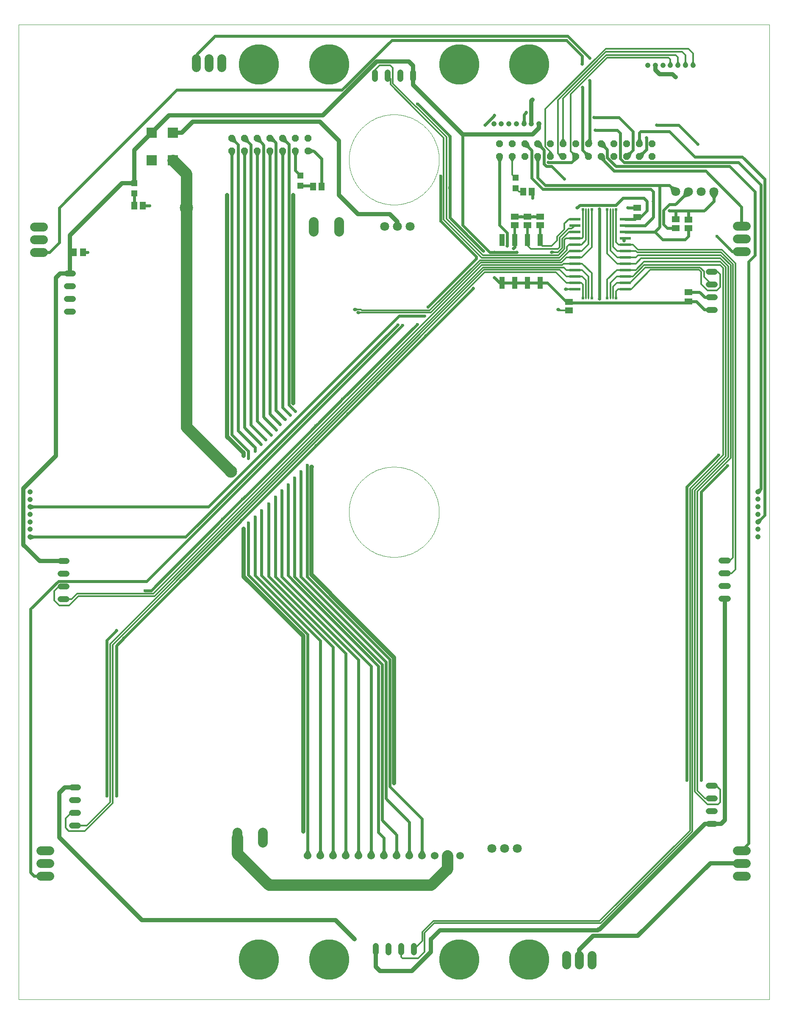
<source format=gtl>
G04 EAGLE Gerber X2 export*
%TF.Part,Single*%
%TF.FileFunction,Other,Top Layer*%
%TF.FilePolarity,Positive*%
%TF.GenerationSoftware,Autodesk,EAGLE,9.1.1*%
%TF.CreationDate,2018-08-10T14:31:17Z*%
G75*
%MOMM*%
%FSLAX34Y34*%
%LPD*%
%AMOC8*
5,1,8,0,0,1.08239X$1,22.5*%
G01*
%ADD10C,0.001000*%
%ADD11C,1.050000*%
%ADD12C,1.800000*%
%ADD13R,1.500000X1.300000*%
%ADD14P,1.484606X8X202.500000*%
%ADD15R,2.209800X0.609600*%
%ADD16C,1.800000*%
%ADD17C,1.219200*%
%ADD18R,1.130000X2.440000*%
%ADD19R,0.525000X0.500000*%
%ADD20R,0.250000X0.500000*%
%ADD21R,2.100000X2.100000*%
%ADD22P,1.484606X8X22.500000*%
%ADD23C,1.524000*%
%ADD24R,1.300000X1.500000*%
%ADD25R,1.200000X1.200000*%
%ADD26C,1.981200*%
%ADD27C,0.654800*%
%ADD28C,0.609600*%
%ADD29C,0.330200*%
%ADD30C,0.330200*%
%ADD31C,0.609600*%
%ADD32C,0.812800*%
%ADD33C,0.508000*%
%ADD34C,0.812800*%
%ADD35C,0.754800*%
%ADD36C,0.804800*%
%ADD37C,2.286000*%
%ADD38C,2.286000*%
%ADD39C,2.476500*%
%ADD40C,2.667000*%
%ADD41C,8.000000*%


D10*
X-100000Y0D02*
X1400000Y0D01*
X1400000Y1947239D01*
X-100000Y1947239D01*
X-100000Y0D01*
X560000Y973620D02*
X560027Y975829D01*
X560108Y978036D01*
X560244Y980241D01*
X560433Y982442D01*
X560677Y984637D01*
X560974Y986826D01*
X561325Y989007D01*
X561729Y991178D01*
X562187Y993339D01*
X562697Y995488D01*
X563260Y997624D01*
X563875Y999746D01*
X564542Y1001851D01*
X565261Y1003940D01*
X566031Y1006011D01*
X566851Y1008062D01*
X567721Y1010092D01*
X568641Y1012100D01*
X569610Y1014085D01*
X570627Y1016046D01*
X571692Y1017981D01*
X572804Y1019889D01*
X573963Y1021770D01*
X575168Y1023621D01*
X576417Y1025443D01*
X577711Y1027233D01*
X579049Y1028991D01*
X580429Y1030715D01*
X581851Y1032406D01*
X583314Y1034060D01*
X584818Y1035679D01*
X586360Y1037260D01*
X587941Y1038802D01*
X589560Y1040306D01*
X591214Y1041769D01*
X592905Y1043191D01*
X594629Y1044571D01*
X596387Y1045909D01*
X598177Y1047203D01*
X599999Y1048452D01*
X601850Y1049657D01*
X603731Y1050816D01*
X605639Y1051928D01*
X607574Y1052993D01*
X609535Y1054010D01*
X611520Y1054979D01*
X613528Y1055899D01*
X615558Y1056769D01*
X617609Y1057589D01*
X619680Y1058359D01*
X621769Y1059078D01*
X623874Y1059745D01*
X625996Y1060360D01*
X628132Y1060923D01*
X630281Y1061433D01*
X632442Y1061891D01*
X634613Y1062295D01*
X636794Y1062646D01*
X638983Y1062943D01*
X641178Y1063187D01*
X643379Y1063376D01*
X645584Y1063512D01*
X647791Y1063593D01*
X650000Y1063620D01*
X652209Y1063593D01*
X654416Y1063512D01*
X656621Y1063376D01*
X658822Y1063187D01*
X661017Y1062943D01*
X663206Y1062646D01*
X665387Y1062295D01*
X667558Y1061891D01*
X669719Y1061433D01*
X671868Y1060923D01*
X674004Y1060360D01*
X676126Y1059745D01*
X678231Y1059078D01*
X680320Y1058359D01*
X682391Y1057589D01*
X684442Y1056769D01*
X686472Y1055899D01*
X688480Y1054979D01*
X690465Y1054010D01*
X692426Y1052993D01*
X694361Y1051928D01*
X696269Y1050816D01*
X698150Y1049657D01*
X700001Y1048452D01*
X701823Y1047203D01*
X703613Y1045909D01*
X705371Y1044571D01*
X707095Y1043191D01*
X708786Y1041769D01*
X710440Y1040306D01*
X712059Y1038802D01*
X713640Y1037260D01*
X715182Y1035679D01*
X716686Y1034060D01*
X718149Y1032406D01*
X719571Y1030715D01*
X720951Y1028991D01*
X722289Y1027233D01*
X723583Y1025443D01*
X724832Y1023621D01*
X726037Y1021770D01*
X727196Y1019889D01*
X728308Y1017981D01*
X729373Y1016046D01*
X730390Y1014085D01*
X731359Y1012100D01*
X732279Y1010092D01*
X733149Y1008062D01*
X733969Y1006011D01*
X734739Y1003940D01*
X735458Y1001851D01*
X736125Y999746D01*
X736740Y997624D01*
X737303Y995488D01*
X737813Y993339D01*
X738271Y991178D01*
X738675Y989007D01*
X739026Y986826D01*
X739323Y984637D01*
X739567Y982442D01*
X739756Y980241D01*
X739892Y978036D01*
X739973Y975829D01*
X740000Y973620D01*
X739973Y971411D01*
X739892Y969204D01*
X739756Y966999D01*
X739567Y964798D01*
X739323Y962603D01*
X739026Y960414D01*
X738675Y958233D01*
X738271Y956062D01*
X737813Y953901D01*
X737303Y951752D01*
X736740Y949616D01*
X736125Y947494D01*
X735458Y945389D01*
X734739Y943300D01*
X733969Y941229D01*
X733149Y939178D01*
X732279Y937148D01*
X731359Y935140D01*
X730390Y933155D01*
X729373Y931194D01*
X728308Y929259D01*
X727196Y927351D01*
X726037Y925470D01*
X724832Y923619D01*
X723583Y921797D01*
X722289Y920007D01*
X720951Y918249D01*
X719571Y916525D01*
X718149Y914834D01*
X716686Y913180D01*
X715182Y911561D01*
X713640Y909980D01*
X712059Y908438D01*
X710440Y906934D01*
X708786Y905471D01*
X707095Y904049D01*
X705371Y902669D01*
X703613Y901331D01*
X701823Y900037D01*
X700001Y898788D01*
X698150Y897583D01*
X696269Y896424D01*
X694361Y895312D01*
X692426Y894247D01*
X690465Y893230D01*
X688480Y892261D01*
X686472Y891341D01*
X684442Y890471D01*
X682391Y889651D01*
X680320Y888881D01*
X678231Y888162D01*
X676126Y887495D01*
X674004Y886880D01*
X671868Y886317D01*
X669719Y885807D01*
X667558Y885349D01*
X665387Y884945D01*
X663206Y884594D01*
X661017Y884297D01*
X658822Y884053D01*
X656621Y883864D01*
X654416Y883728D01*
X652209Y883647D01*
X650000Y883620D01*
X647791Y883647D01*
X645584Y883728D01*
X643379Y883864D01*
X641178Y884053D01*
X638983Y884297D01*
X636794Y884594D01*
X634613Y884945D01*
X632442Y885349D01*
X630281Y885807D01*
X628132Y886317D01*
X625996Y886880D01*
X623874Y887495D01*
X621769Y888162D01*
X619680Y888881D01*
X617609Y889651D01*
X615558Y890471D01*
X613528Y891341D01*
X611520Y892261D01*
X609535Y893230D01*
X607574Y894247D01*
X605639Y895312D01*
X603731Y896424D01*
X601850Y897583D01*
X599999Y898788D01*
X598177Y900037D01*
X596387Y901331D01*
X594629Y902669D01*
X592905Y904049D01*
X591214Y905471D01*
X589560Y906934D01*
X587941Y908438D01*
X586360Y909980D01*
X584818Y911561D01*
X583314Y913180D01*
X581851Y914834D01*
X580429Y916525D01*
X579049Y918249D01*
X577711Y920007D01*
X576417Y921797D01*
X575168Y923619D01*
X573963Y925470D01*
X572804Y927351D01*
X571692Y929259D01*
X570627Y931194D01*
X569610Y933155D01*
X568641Y935140D01*
X567721Y937148D01*
X566851Y939178D01*
X566031Y941229D01*
X565261Y943300D01*
X564542Y945389D01*
X563875Y947494D01*
X563260Y949616D01*
X562697Y951752D01*
X562187Y953901D01*
X561729Y956062D01*
X561325Y958233D01*
X560974Y960414D01*
X560677Y962603D01*
X560433Y964798D01*
X560244Y966999D01*
X560108Y969204D01*
X560027Y971411D01*
X560000Y973620D01*
X560000Y1677239D02*
X560027Y1679448D01*
X560108Y1681655D01*
X560244Y1683860D01*
X560433Y1686061D01*
X560677Y1688256D01*
X560974Y1690445D01*
X561325Y1692626D01*
X561729Y1694797D01*
X562187Y1696958D01*
X562697Y1699107D01*
X563260Y1701243D01*
X563875Y1703365D01*
X564542Y1705470D01*
X565261Y1707559D01*
X566031Y1709630D01*
X566851Y1711681D01*
X567721Y1713711D01*
X568641Y1715719D01*
X569610Y1717704D01*
X570627Y1719665D01*
X571692Y1721600D01*
X572804Y1723508D01*
X573963Y1725389D01*
X575168Y1727240D01*
X576417Y1729062D01*
X577711Y1730852D01*
X579049Y1732610D01*
X580429Y1734334D01*
X581851Y1736025D01*
X583314Y1737679D01*
X584818Y1739298D01*
X586360Y1740879D01*
X587941Y1742421D01*
X589560Y1743925D01*
X591214Y1745388D01*
X592905Y1746810D01*
X594629Y1748190D01*
X596387Y1749528D01*
X598177Y1750822D01*
X599999Y1752071D01*
X601850Y1753276D01*
X603731Y1754435D01*
X605639Y1755547D01*
X607574Y1756612D01*
X609535Y1757629D01*
X611520Y1758598D01*
X613528Y1759518D01*
X615558Y1760388D01*
X617609Y1761208D01*
X619680Y1761978D01*
X621769Y1762697D01*
X623874Y1763364D01*
X625996Y1763979D01*
X628132Y1764542D01*
X630281Y1765052D01*
X632442Y1765510D01*
X634613Y1765914D01*
X636794Y1766265D01*
X638983Y1766562D01*
X641178Y1766806D01*
X643379Y1766995D01*
X645584Y1767131D01*
X647791Y1767212D01*
X650000Y1767239D01*
X652209Y1767212D01*
X654416Y1767131D01*
X656621Y1766995D01*
X658822Y1766806D01*
X661017Y1766562D01*
X663206Y1766265D01*
X665387Y1765914D01*
X667558Y1765510D01*
X669719Y1765052D01*
X671868Y1764542D01*
X674004Y1763979D01*
X676126Y1763364D01*
X678231Y1762697D01*
X680320Y1761978D01*
X682391Y1761208D01*
X684442Y1760388D01*
X686472Y1759518D01*
X688480Y1758598D01*
X690465Y1757629D01*
X692426Y1756612D01*
X694361Y1755547D01*
X696269Y1754435D01*
X698150Y1753276D01*
X700001Y1752071D01*
X701823Y1750822D01*
X703613Y1749528D01*
X705371Y1748190D01*
X707095Y1746810D01*
X708786Y1745388D01*
X710440Y1743925D01*
X712059Y1742421D01*
X713640Y1740879D01*
X715182Y1739298D01*
X716686Y1737679D01*
X718149Y1736025D01*
X719571Y1734334D01*
X720951Y1732610D01*
X722289Y1730852D01*
X723583Y1729062D01*
X724832Y1727240D01*
X726037Y1725389D01*
X727196Y1723508D01*
X728308Y1721600D01*
X729373Y1719665D01*
X730390Y1717704D01*
X731359Y1715719D01*
X732279Y1713711D01*
X733149Y1711681D01*
X733969Y1709630D01*
X734739Y1707559D01*
X735458Y1705470D01*
X736125Y1703365D01*
X736740Y1701243D01*
X737303Y1699107D01*
X737813Y1696958D01*
X738271Y1694797D01*
X738675Y1692626D01*
X739026Y1690445D01*
X739323Y1688256D01*
X739567Y1686061D01*
X739756Y1683860D01*
X739892Y1681655D01*
X739973Y1679448D01*
X740000Y1677239D01*
X739973Y1675030D01*
X739892Y1672823D01*
X739756Y1670618D01*
X739567Y1668417D01*
X739323Y1666222D01*
X739026Y1664033D01*
X738675Y1661852D01*
X738271Y1659681D01*
X737813Y1657520D01*
X737303Y1655371D01*
X736740Y1653235D01*
X736125Y1651113D01*
X735458Y1649008D01*
X734739Y1646919D01*
X733969Y1644848D01*
X733149Y1642797D01*
X732279Y1640767D01*
X731359Y1638759D01*
X730390Y1636774D01*
X729373Y1634813D01*
X728308Y1632878D01*
X727196Y1630970D01*
X726037Y1629089D01*
X724832Y1627238D01*
X723583Y1625416D01*
X722289Y1623626D01*
X720951Y1621868D01*
X719571Y1620144D01*
X718149Y1618453D01*
X716686Y1616799D01*
X715182Y1615180D01*
X713640Y1613599D01*
X712059Y1612057D01*
X710440Y1610553D01*
X708786Y1609090D01*
X707095Y1607668D01*
X705371Y1606288D01*
X703613Y1604950D01*
X701823Y1603656D01*
X700001Y1602407D01*
X698150Y1601202D01*
X696269Y1600043D01*
X694361Y1598931D01*
X692426Y1597866D01*
X690465Y1596849D01*
X688480Y1595880D01*
X686472Y1594960D01*
X684442Y1594090D01*
X682391Y1593270D01*
X680320Y1592500D01*
X678231Y1591781D01*
X676126Y1591114D01*
X674004Y1590499D01*
X671868Y1589936D01*
X669719Y1589426D01*
X667558Y1588968D01*
X665387Y1588564D01*
X663206Y1588213D01*
X661017Y1587916D01*
X658822Y1587672D01*
X656621Y1587483D01*
X654416Y1587347D01*
X652209Y1587266D01*
X650000Y1587239D01*
X647791Y1587266D01*
X645584Y1587347D01*
X643379Y1587483D01*
X641178Y1587672D01*
X638983Y1587916D01*
X636794Y1588213D01*
X634613Y1588564D01*
X632442Y1588968D01*
X630281Y1589426D01*
X628132Y1589936D01*
X625996Y1590499D01*
X623874Y1591114D01*
X621769Y1591781D01*
X619680Y1592500D01*
X617609Y1593270D01*
X615558Y1594090D01*
X613528Y1594960D01*
X611520Y1595880D01*
X609535Y1596849D01*
X607574Y1597866D01*
X605639Y1598931D01*
X603731Y1600043D01*
X601850Y1601202D01*
X599999Y1602407D01*
X598177Y1603656D01*
X596387Y1604950D01*
X594629Y1606288D01*
X592905Y1607668D01*
X591214Y1609090D01*
X589560Y1610553D01*
X587941Y1612057D01*
X586360Y1613599D01*
X584818Y1615180D01*
X583314Y1616799D01*
X581851Y1618453D01*
X580429Y1620144D01*
X579049Y1621868D01*
X577711Y1623626D01*
X576417Y1625416D01*
X575168Y1627238D01*
X573963Y1629089D01*
X572804Y1630970D01*
X571692Y1632878D01*
X570627Y1634813D01*
X569610Y1636774D01*
X568641Y1638759D01*
X567721Y1640767D01*
X566851Y1642797D01*
X566031Y1644848D01*
X565261Y1646919D01*
X564542Y1649008D01*
X563875Y1651113D01*
X563260Y1653235D01*
X562697Y1655371D01*
X562187Y1657520D01*
X561729Y1659681D01*
X561325Y1661852D01*
X560974Y1664033D01*
X560677Y1666222D01*
X560433Y1668417D01*
X560244Y1670618D01*
X560108Y1672823D01*
X560027Y1675030D01*
X560000Y1677239D01*
D11*
X849433Y1748547D03*
X864433Y1748547D03*
X879433Y1748547D03*
X894433Y1748547D03*
X909433Y1748547D03*
X924433Y1748547D03*
X939433Y1748547D03*
D12*
X1288721Y1613136D03*
X1263321Y1613136D03*
X1237921Y1613136D03*
X1212521Y1613136D03*
D13*
X1238584Y1540799D03*
X1238584Y1557799D03*
X1212850Y1540900D03*
X1212850Y1557900D03*
X999664Y1393536D03*
X999664Y1376536D03*
D14*
X1165800Y1709200D03*
X1165800Y1683800D03*
X1140400Y1709200D03*
X1140400Y1683800D03*
X1115000Y1709200D03*
X1115000Y1683800D03*
X1089600Y1709200D03*
X1089600Y1683800D03*
X1064200Y1709200D03*
X1064200Y1683800D03*
X1038800Y1709200D03*
X1038800Y1683800D03*
X1013400Y1709200D03*
X1013400Y1683800D03*
X988000Y1709200D03*
X988000Y1683800D03*
X962600Y1709200D03*
X962600Y1683800D03*
X937200Y1709200D03*
X937200Y1683800D03*
X911800Y1709200D03*
X911800Y1683800D03*
X886400Y1709200D03*
X886400Y1683800D03*
X861000Y1709200D03*
X861000Y1683800D03*
D11*
X-77700Y1014000D03*
X-77700Y999000D03*
X-77700Y984000D03*
X-77700Y969000D03*
X-77700Y954000D03*
X-77700Y939000D03*
X-77700Y924000D03*
X1157300Y1865800D03*
X1172300Y1865800D03*
X1187300Y1865800D03*
X1202300Y1865800D03*
X1217300Y1865800D03*
X1232300Y1865800D03*
X1247300Y1865800D03*
X1377200Y924100D03*
X1377200Y939100D03*
X1377200Y954100D03*
X1377200Y969100D03*
X1377200Y984100D03*
X1377200Y999100D03*
X1377200Y1014100D03*
D15*
X1011408Y1558450D03*
X1011408Y1545750D03*
X1011408Y1533050D03*
X1011408Y1520350D03*
X1011408Y1507650D03*
X1011408Y1494950D03*
X1011408Y1482250D03*
X1011408Y1469550D03*
X1011408Y1456850D03*
X1011408Y1444150D03*
X1111992Y1456850D03*
X1111992Y1444150D03*
X1111992Y1431450D03*
X1111992Y1418750D03*
X1011408Y1418750D03*
X1011408Y1431450D03*
X1111992Y1469550D03*
X1111992Y1482250D03*
X1111992Y1494950D03*
X1111992Y1507650D03*
X1111992Y1520350D03*
X1111992Y1533050D03*
X1111992Y1545750D03*
X1111992Y1558450D03*
D16*
X-38500Y247200D02*
X-56500Y247200D01*
X-56500Y272600D02*
X-38500Y272600D01*
X-38500Y298000D02*
X-56500Y298000D01*
X-50927Y1491940D02*
X-68927Y1491940D01*
X-68927Y1517340D02*
X-50927Y1517340D01*
X-50927Y1542740D02*
X-68927Y1542740D01*
X254300Y1861000D02*
X254300Y1879000D01*
X279700Y1879000D02*
X279700Y1861000D01*
X305100Y1861000D02*
X305100Y1879000D01*
X1335500Y1544500D02*
X1353500Y1544500D01*
X1353500Y1519100D02*
X1335500Y1519100D01*
X1335500Y1493700D02*
X1353500Y1493700D01*
X1353500Y298000D02*
X1335500Y298000D01*
X1335500Y272600D02*
X1353500Y272600D01*
X1353500Y247200D02*
X1335500Y247200D01*
X1045400Y88210D02*
X1045400Y70210D01*
X1020000Y70210D02*
X1020000Y88210D01*
X994600Y88210D02*
X994600Y70210D01*
D12*
X631050Y1543500D03*
X656450Y1543500D03*
X681850Y1543500D03*
X895900Y301500D03*
X870500Y301500D03*
X845100Y301500D03*
D17*
X-4204Y799300D02*
X-16396Y799300D01*
X-16396Y824700D02*
X-4204Y824700D01*
X-4204Y850100D02*
X-16396Y850100D01*
X-16396Y875500D02*
X-4204Y875500D01*
X1304704Y876500D02*
X1316896Y876500D01*
X1316896Y851100D02*
X1304704Y851100D01*
X1304704Y825700D02*
X1316896Y825700D01*
X1316896Y800300D02*
X1304704Y800300D01*
D18*
X865850Y1431150D03*
X891250Y1431150D03*
X916650Y1431150D03*
X942050Y1431150D03*
X942050Y1517150D03*
X916650Y1517150D03*
X891250Y1517150D03*
X865850Y1517150D03*
D13*
X891206Y1563208D03*
X891206Y1546208D03*
X916606Y1563208D03*
X916606Y1546208D03*
X942072Y1563236D03*
X942072Y1546236D03*
D17*
X18296Y347700D02*
X6104Y347700D01*
X6104Y373100D02*
X18296Y373100D01*
X18296Y398500D02*
X6104Y398500D01*
X6104Y423900D02*
X18296Y423900D01*
X8296Y1373400D02*
X-3896Y1373400D01*
X-3896Y1398800D02*
X8296Y1398800D01*
X8296Y1424200D02*
X-3896Y1424200D01*
X-3896Y1449600D02*
X8296Y1449600D01*
X611400Y1838704D02*
X611400Y1850896D01*
X636800Y1850896D02*
X636800Y1838704D01*
X662200Y1838704D02*
X662200Y1850896D01*
X687600Y1850896D02*
X687600Y1838704D01*
X1278704Y1452900D02*
X1290896Y1452900D01*
X1290896Y1427500D02*
X1278704Y1427500D01*
X1278704Y1402100D02*
X1290896Y1402100D01*
X1290896Y1376700D02*
X1278704Y1376700D01*
X1278704Y427200D02*
X1290896Y427200D01*
X1290896Y401800D02*
X1278704Y401800D01*
X1278704Y376400D02*
X1290896Y376400D01*
X1290896Y351000D02*
X1278704Y351000D01*
X690000Y106796D02*
X690000Y94604D01*
X664600Y94604D02*
X664600Y106796D01*
X639200Y106796D02*
X639200Y94604D01*
X613800Y94604D02*
X613800Y106796D01*
D19*
X1027589Y1577494D03*
D20*
X1033839Y1577494D03*
X1038839Y1577494D03*
D19*
X1045089Y1577494D03*
X1045089Y1586494D03*
D20*
X1038839Y1586494D03*
X1033839Y1586494D03*
D19*
X1027589Y1586494D03*
X1093471Y1400656D03*
D20*
X1087221Y1400656D03*
X1082221Y1400656D03*
D19*
X1075971Y1400656D03*
X1075971Y1391656D03*
D20*
X1082221Y1391656D03*
X1087221Y1391656D03*
D19*
X1093471Y1391656D03*
X1076071Y1577488D03*
D20*
X1082321Y1577488D03*
X1087321Y1577488D03*
D19*
X1093571Y1577488D03*
X1093571Y1586488D03*
D20*
X1087321Y1586488D03*
X1082321Y1586488D03*
D19*
X1076071Y1586488D03*
X1044965Y1400789D03*
D20*
X1038715Y1400789D03*
X1033715Y1400789D03*
D19*
X1027465Y1400789D03*
X1027465Y1391789D03*
D20*
X1033715Y1391789D03*
X1038715Y1391789D03*
D19*
X1044965Y1391789D03*
D21*
X207550Y1675950D03*
X165550Y1675950D03*
X165550Y1730950D03*
X207550Y1730950D03*
D22*
X325300Y1695000D03*
X325300Y1720400D03*
X350700Y1695000D03*
X350700Y1720400D03*
X376100Y1695000D03*
X376100Y1720400D03*
X401500Y1695000D03*
X401500Y1720400D03*
X426900Y1695000D03*
X426900Y1720400D03*
X452300Y1695000D03*
X452300Y1720400D03*
X477700Y1695000D03*
X477700Y1720400D03*
D23*
X477200Y287300D03*
X502600Y287300D03*
X528000Y287300D03*
X553400Y287300D03*
X578800Y287300D03*
X604200Y287300D03*
X629600Y287300D03*
X655000Y287300D03*
X680400Y287300D03*
X705800Y287300D03*
X731200Y287300D03*
X756600Y287300D03*
X782000Y287300D03*
D24*
X147847Y1585283D03*
X130847Y1585283D03*
D25*
X130800Y1609600D03*
X130800Y1630600D03*
D24*
X924932Y1613408D03*
X907932Y1613408D03*
D25*
X892810Y1620180D03*
X892810Y1641180D03*
D24*
X505070Y1623695D03*
X488070Y1623695D03*
D25*
X462407Y1624752D03*
X462407Y1645752D03*
D26*
X336804Y333756D02*
X336804Y313944D01*
X387096Y313944D02*
X387096Y333756D01*
X539496Y1533398D02*
X539496Y1553210D01*
X489204Y1553210D02*
X489204Y1533398D01*
D13*
X1238250Y1412850D03*
X1238250Y1393850D03*
X1135634Y1581125D03*
X1135634Y1562125D03*
D24*
X28550Y1492250D03*
X9550Y1492250D03*
D27*
X876300Y1504950D03*
D28*
X876072Y1505178D02*
X876072Y1531244D01*
X876072Y1505178D02*
X876300Y1504950D01*
X861000Y1674656D02*
X861000Y1683800D01*
X861000Y1674656D02*
X861000Y1546316D01*
X876072Y1531244D01*
X861000Y1674656D02*
X864464Y1682212D01*
X861000Y1683800D01*
X857536Y1682212D02*
X861000Y1674656D01*
X857536Y1682212D02*
X861000Y1683800D01*
D29*
X1232300Y1865800D02*
X1232300Y1872800D01*
X1232300Y1885550D01*
X1225550Y1892300D01*
X1073625Y1892300D01*
X977900Y1796575D01*
X977900Y1689100D01*
X979596Y1687404D01*
X983200Y1683800D01*
X988000Y1683800D01*
X983588Y1681035D02*
X979596Y1687404D01*
X983588Y1681035D02*
X988000Y1683800D01*
X986962Y1688902D02*
X979596Y1687404D01*
X986962Y1688902D02*
X988000Y1683800D01*
X1229213Y1867650D02*
X1232300Y1872800D01*
X1229213Y1867650D02*
X1232300Y1865800D01*
X1235387Y1867650D02*
X1232300Y1872800D01*
X1235387Y1867650D02*
X1232300Y1865800D01*
X1217300Y1865800D02*
X1217300Y1872800D01*
X1217300Y1881500D01*
X1212850Y1885950D01*
X1074100Y1885950D01*
X988000Y1799850D02*
X988000Y1718344D01*
X988000Y1709200D01*
X988000Y1799850D02*
X1074100Y1885950D01*
X988000Y1718344D02*
X983720Y1712165D01*
X988000Y1709200D01*
X992280Y1712165D02*
X988000Y1718344D01*
X992280Y1712165D02*
X988000Y1709200D01*
X1214213Y1867650D02*
X1217300Y1872800D01*
X1214213Y1867650D02*
X1217300Y1865800D01*
X1220387Y1867650D02*
X1217300Y1872800D01*
X1220387Y1867650D02*
X1217300Y1865800D01*
X1202300Y1865800D02*
X1202300Y1872800D01*
X1202300Y1877450D01*
X1198626Y1881124D01*
X1076099Y1881124D01*
X1003300Y1808325D01*
X1012050Y1685150D02*
X1013400Y1683800D01*
X1012050Y1685150D02*
X1006934Y1690266D01*
X1003300Y1693900D01*
X1003300Y1808325D01*
D27*
X957715Y1671737D03*
D28*
X1004987Y1671737D01*
X1012050Y1678800D02*
X1012050Y1685150D01*
X1009022Y1675772D02*
X1004987Y1671737D01*
X1009022Y1675772D02*
X1012050Y1678800D01*
D29*
X1008277Y1682870D02*
X1006934Y1690266D01*
X1008277Y1682870D02*
X1013400Y1683800D01*
X1014330Y1688923D02*
X1006934Y1690266D01*
X1014330Y1688923D02*
X1013400Y1683800D01*
D28*
X1015681Y1680748D02*
X1009022Y1675772D01*
X1015681Y1680748D02*
X1013400Y1683800D01*
X1009599Y1684064D02*
X1009022Y1675772D01*
X1009599Y1684064D02*
X1013400Y1683800D01*
D29*
X1199213Y1867650D02*
X1202300Y1872800D01*
X1199213Y1867650D02*
X1202300Y1865800D01*
X1205387Y1867650D02*
X1202300Y1872800D01*
X1205387Y1867650D02*
X1202300Y1865800D01*
D28*
X1382150Y1019050D02*
X1377200Y1014100D01*
X1382150Y1019050D02*
X1383030Y1019930D01*
X1383030Y1626870D02*
X1338580Y1671320D01*
X1102360Y1730248D02*
X1096264Y1736344D01*
X1383030Y1626870D02*
X1383030Y1019930D01*
X1096264Y1736344D02*
X1052449Y1736344D01*
D27*
X1052449Y1736344D03*
D28*
X1102360Y1730248D02*
X1102360Y1678940D01*
X1109980Y1671320D02*
X1338580Y1671320D01*
X1109980Y1671320D02*
X1102360Y1678940D01*
X1382150Y1019050D02*
X1376212Y1016068D01*
X1377200Y1014100D01*
X1379168Y1013112D02*
X1382150Y1019050D01*
X1379168Y1013112D02*
X1377200Y1014100D01*
D29*
X1247300Y1865800D02*
X1247300Y1872800D01*
X1247300Y1889600D01*
X1238250Y1898650D01*
X1073150Y1898650D01*
X952500Y1778000D01*
D30*
X952500Y1778000D03*
D29*
X952500Y1702701D01*
X962263Y1692938D01*
X962600Y1692601D01*
X962600Y1683800D01*
X958213Y1686605D02*
X962263Y1692938D01*
X958213Y1686605D02*
X962600Y1683800D01*
X966768Y1686921D02*
X962263Y1692938D01*
X966768Y1686921D02*
X962600Y1683800D01*
X1244213Y1867650D02*
X1247300Y1872800D01*
X1244213Y1867650D02*
X1247300Y1865800D01*
X1250387Y1867650D02*
X1247300Y1872800D01*
X1250387Y1867650D02*
X1247300Y1865800D01*
D28*
X-70700Y924000D02*
X-77700Y924000D01*
X-70700Y924000D02*
X233581Y924000D01*
X657355Y1347774D01*
D31*
X657355Y1347774D03*
D28*
X943666Y1702734D02*
X937200Y1709200D01*
X943666Y1702734D02*
X949706Y1696694D01*
X949706Y1668649D01*
D27*
X990600Y1638300D03*
D28*
X965009Y1663891D01*
X954465Y1663891D01*
X949706Y1668649D01*
X943666Y1702734D02*
X940772Y1710527D01*
X937200Y1709200D01*
X935873Y1705628D02*
X943666Y1702734D01*
X935873Y1705628D02*
X937200Y1709200D01*
X-70700Y924000D02*
X-77007Y926090D01*
X-77700Y924000D01*
X-77007Y921910D02*
X-70700Y924000D01*
X-77007Y921910D02*
X-77700Y924000D01*
X911800Y1709200D02*
X918266Y1702734D01*
X925195Y1695805D01*
X1168400Y1612900D02*
X1168400Y1593850D01*
X1168400Y1562100D01*
X1152050Y1545750D01*
X1111992Y1545750D01*
D27*
X1168400Y1593850D03*
D28*
X1229436Y1604651D02*
X1237921Y1613136D01*
X1229436Y1604651D02*
X1212285Y1587500D01*
X1200150Y1587500D01*
X1188720Y1576070D01*
X1195950Y1540900D02*
X1212850Y1540900D01*
X1188720Y1548130D02*
X1188720Y1576070D01*
X1188720Y1548130D02*
X1195950Y1540900D01*
X947420Y1617980D02*
X925195Y1640205D01*
X1163320Y1617980D02*
X1168400Y1612900D01*
X925195Y1640205D02*
X925195Y1695805D01*
X947420Y1617980D02*
X1163320Y1617980D01*
X918266Y1702734D02*
X915372Y1710527D01*
X911800Y1709200D01*
X910473Y1705628D02*
X918266Y1702734D01*
X910473Y1705628D02*
X911800Y1709200D01*
X1229436Y1604651D02*
X1239488Y1607394D01*
X1237921Y1613136D01*
X1232179Y1614703D02*
X1229436Y1604651D01*
X1232179Y1614703D02*
X1237921Y1613136D01*
X1181100Y1625600D02*
X1181100Y1543050D01*
X1171100Y1533050D01*
X1111992Y1533050D01*
X1171100Y1533050D02*
X1186500Y1517650D01*
X1231900Y1517650D01*
X1238584Y1524334D01*
X1238584Y1540799D01*
X1204036Y1621621D02*
X1200057Y1625600D01*
X1204036Y1621621D02*
X1212521Y1613136D01*
X1200057Y1625600D02*
X1181100Y1625600D01*
X937200Y1674656D02*
X937200Y1683800D01*
X937200Y1674656D02*
X937200Y1640900D01*
X952500Y1625600D02*
X1181100Y1625600D01*
X952500Y1625600D02*
X937200Y1640900D01*
X937200Y1674656D02*
X940664Y1682212D01*
X937200Y1683800D01*
X933736Y1682212D02*
X937200Y1674656D01*
X933736Y1682212D02*
X937200Y1683800D01*
X1204036Y1621621D02*
X1206779Y1611569D01*
X1212521Y1613136D01*
X1214088Y1618878D02*
X1204036Y1621621D01*
X1214088Y1618878D02*
X1212521Y1613136D01*
X-47500Y247200D02*
X-69400Y247200D01*
X-76200Y254000D01*
X-76200Y603250D01*
X155791Y835368D02*
X666750Y1346327D01*
X-19050Y835368D02*
X-20815Y835368D01*
D31*
X666750Y1346327D03*
D28*
X155791Y835368D02*
X-19050Y835368D01*
X-20815Y835368D01*
X-76200Y779983D01*
X-76200Y603250D01*
X215700Y1816100D02*
X546100Y1816100D01*
X645487Y1915487D02*
X994737Y1915487D01*
X645487Y1915487D02*
X546100Y1816100D01*
X215700Y1816100D02*
X-19050Y1581350D01*
X-19050Y1511300D01*
X-38410Y1491940D01*
X-59927Y1491940D01*
D27*
X1026287Y1821434D03*
D28*
X1026287Y1696313D02*
X1032334Y1690266D01*
X1038800Y1683800D01*
X1026287Y1696313D02*
X1026287Y1821434D01*
D31*
X994737Y1915487D03*
D27*
X1026033Y1868424D03*
D28*
X1026033Y1884191D01*
X994737Y1915487D01*
X1032334Y1690266D02*
X1035228Y1682473D01*
X1038800Y1683800D01*
X1040127Y1687372D02*
X1032334Y1690266D01*
X1040127Y1687372D02*
X1038800Y1683800D01*
X254300Y1870000D02*
X254300Y1886250D01*
X996950Y1924050D02*
X1041400Y1879600D01*
D27*
X1041400Y1879600D03*
D28*
X292100Y1924050D02*
X254300Y1886250D01*
X292100Y1924050D02*
X996950Y1924050D01*
X1041400Y1711800D02*
X1038800Y1709200D01*
X1041400Y1711800D02*
X1041400Y1717967D01*
D27*
X1041400Y1835150D03*
D28*
X1041400Y1717967D01*
X1035931Y1711707D01*
X1038800Y1709200D01*
X1042572Y1709737D02*
X1041400Y1717967D01*
X1042572Y1709737D02*
X1038800Y1709200D01*
X1344500Y1582850D02*
X1344500Y1544500D01*
X1272667Y1654683D02*
X1089660Y1654683D01*
X1272667Y1654683D02*
X1344500Y1582850D01*
X1089660Y1654683D02*
X1068573Y1675770D01*
X1064200Y1680143D01*
X1064200Y1683800D01*
X1068001Y1684062D02*
X1068573Y1675770D01*
X1068001Y1684062D02*
X1064200Y1683800D01*
X1061918Y1680749D02*
X1068573Y1675770D01*
X1061918Y1680749D02*
X1064200Y1683800D01*
X1371600Y1612900D02*
X1371600Y1485900D01*
X1371600Y1612900D02*
X1320800Y1663700D01*
X1371600Y1485900D02*
X1358900Y1473200D01*
X1358900Y312400D02*
X1344500Y298000D01*
X1358900Y312400D02*
X1358900Y1473200D01*
X1070666Y1702734D02*
X1064200Y1709200D01*
X1070666Y1702734D02*
X1075944Y1697456D01*
X1075944Y1681099D01*
X1093343Y1663700D01*
X1320800Y1663700D01*
X1070666Y1702734D02*
X1067772Y1710527D01*
X1064200Y1709200D01*
X1062873Y1705628D02*
X1070666Y1702734D01*
X1062873Y1705628D02*
X1064200Y1709200D01*
D27*
X1060450Y1399502D03*
D28*
X1060450Y1578648D01*
D27*
X1060450Y1578648D03*
D28*
X1127252Y1733677D02*
X1099820Y1761109D01*
D27*
X1049246Y1761109D03*
D28*
X1099820Y1761109D01*
X1127252Y1696052D02*
X1121466Y1690266D01*
X1115000Y1683800D01*
X1127252Y1696052D02*
X1127252Y1733677D01*
X1121466Y1690266D02*
X1113673Y1687372D01*
X1115000Y1683800D01*
X1118572Y1682473D02*
X1121466Y1690266D01*
X1118572Y1682473D02*
X1115000Y1683800D01*
D27*
X1154144Y1720850D03*
D28*
X1154144Y1697544D01*
X1146866Y1690266D01*
D27*
X914400Y1771650D03*
D28*
X1140400Y1683800D02*
X1146866Y1690266D01*
X914400Y1771650D02*
X909433Y1766683D01*
X909433Y1755547D01*
X909433Y1748547D01*
X1139073Y1687372D02*
X1146866Y1690266D01*
X1139073Y1687372D02*
X1140400Y1683800D01*
X1143972Y1682473D02*
X1146866Y1690266D01*
X1143972Y1682473D02*
X1140400Y1683800D01*
X909433Y1755547D02*
X907343Y1749240D01*
X909433Y1748547D01*
X911523Y1749240D02*
X909433Y1755547D01*
X911523Y1749240D02*
X909433Y1748547D01*
X-70700Y984000D02*
X-77700Y984000D01*
X-70700Y984000D02*
X278929Y984000D01*
X660179Y1365250D01*
X711200Y1365250D01*
D31*
X711200Y1365250D03*
D28*
X-70700Y984000D02*
X-77007Y986090D01*
X-77700Y984000D01*
X-77007Y981910D02*
X-70700Y984000D01*
X-77007Y981910D02*
X-77700Y984000D01*
X1377200Y954100D02*
X1382150Y959050D01*
X1390650Y967550D01*
X1390650Y1638300D01*
X1346200Y1682750D01*
X1143000Y1733550D02*
X1140400Y1730950D01*
X1250950Y1682750D02*
X1346200Y1682750D01*
X1200150Y1733550D02*
X1143000Y1733550D01*
X1200150Y1733550D02*
X1250950Y1682750D01*
X1140400Y1718344D02*
X1140400Y1730950D01*
X1140400Y1718344D02*
X1140400Y1709200D01*
X1136936Y1710788D02*
X1140400Y1718344D01*
X1136936Y1710788D02*
X1140400Y1709200D01*
X1143864Y1710788D02*
X1140400Y1718344D01*
X1143864Y1710788D02*
X1140400Y1709200D01*
X1382150Y959050D02*
X1376212Y956068D01*
X1377200Y954100D01*
X1379168Y953112D02*
X1382150Y959050D01*
X1379168Y953112D02*
X1377200Y954100D01*
D32*
X1344500Y272600D02*
X1282250Y272600D01*
X1136650Y127000D02*
X1047750Y127000D01*
X1020000Y99250D01*
X1020000Y79210D01*
X1136650Y127000D02*
X1282250Y272600D01*
X226000Y1730950D02*
X207550Y1730950D01*
X501650Y1752600D02*
X539750Y1714500D01*
X501650Y1752600D02*
X247650Y1752600D01*
X226000Y1730950D01*
X1172300Y1856650D02*
X1172300Y1865800D01*
X1172300Y1856650D02*
X1181100Y1847850D01*
D27*
X1212850Y1841500D03*
D32*
X1206500Y1847850D01*
X1181100Y1847850D01*
X656450Y1553350D02*
X656450Y1543500D01*
X539750Y1606550D02*
X539750Y1714500D01*
X539750Y1606550D02*
X577850Y1568450D01*
X641350Y1568450D01*
X656450Y1553350D01*
D27*
X501650Y1752600D03*
D33*
X942072Y1546236D02*
X942072Y1517172D01*
X942050Y1517150D01*
D29*
X942050Y1509050D01*
X946150Y1504950D01*
X965200Y1504950D01*
X976122Y1515872D01*
X976122Y1523647D01*
X990600Y1538125D02*
X990600Y1549400D01*
X999650Y1558450D01*
X1011408Y1558450D01*
X990600Y1538125D02*
X976122Y1523647D01*
D33*
X916606Y1520063D02*
X916606Y1546208D01*
X916606Y1520063D02*
X916606Y1517194D01*
X916650Y1517150D01*
D29*
X1004931Y1539273D02*
X1011408Y1545750D01*
X980948Y1521648D02*
X980948Y1502598D01*
X998573Y1539273D02*
X1004931Y1539273D01*
X998573Y1539273D02*
X980948Y1521648D01*
X977585Y1499235D02*
X923163Y1499235D01*
X916606Y1505792D01*
X916606Y1520063D01*
X977585Y1499235D02*
X980948Y1502598D01*
D33*
X891206Y1517194D02*
X891206Y1546208D01*
X891206Y1517194D02*
X891250Y1517150D01*
D28*
X891250Y1502473D01*
X889000Y1500223D01*
D27*
X889000Y1500223D03*
X1109345Y1515496D03*
D29*
X1111992Y1518143D01*
X1111992Y1520030D01*
X1111992Y1520350D01*
X1111992Y1520030D02*
X1108265Y1516708D01*
X1109345Y1515496D01*
X1110931Y1515151D02*
X1111992Y1520030D01*
X1110931Y1515151D02*
X1109345Y1515496D01*
D32*
X165550Y1730950D02*
X130800Y1696200D01*
X130800Y1630600D01*
X2200Y1492250D02*
X2200Y1449600D01*
X2200Y1492250D02*
X2200Y1526200D01*
X106600Y1630600D02*
X130800Y1630600D01*
X106600Y1630600D02*
X2200Y1526200D01*
X2200Y1449600D02*
X-17250Y1449600D01*
X-25400Y1441450D01*
X-25400Y1085850D01*
X-90851Y1020399D02*
X-90851Y908050D01*
X-58301Y875500D01*
X-10300Y875500D01*
X-90851Y1020399D02*
X-25400Y1085850D01*
X165550Y1730950D02*
X199900Y1765300D01*
X507513Y1765300D01*
X687600Y1844800D02*
X687600Y1865100D01*
X615463Y1873250D02*
X507513Y1765300D01*
X615463Y1873250D02*
X679450Y1873250D01*
X687600Y1865100D01*
X12200Y423900D02*
X-7900Y423900D01*
X-19050Y412750D01*
X-19050Y323850D01*
X146050Y158750D01*
X533400Y158750D02*
X571500Y120650D01*
D31*
X571500Y120650D03*
D32*
X533400Y158750D02*
X146050Y158750D01*
X613800Y100700D02*
X613800Y65650D01*
X622300Y57150D01*
X685800Y57150D01*
X723900Y95250D01*
X723900Y120650D01*
X742061Y138811D01*
X1057099Y138811D01*
X1057988Y139700D01*
X1060450Y139700D01*
X1271750Y351000D01*
X1284800Y351000D01*
X1310800Y358300D02*
X1310800Y800300D01*
X1303500Y351000D02*
X1284800Y351000D01*
X1303500Y351000D02*
X1310800Y358300D01*
X939800Y1748180D02*
X939433Y1748547D01*
X939800Y1748180D02*
X939800Y1739900D01*
X927100Y1727200D01*
D28*
X1027465Y1391789D02*
X1033715Y1391789D01*
X1038715Y1391789D01*
X1044965Y1391789D01*
X1045098Y1391656D01*
X1075971Y1391656D01*
X1082221Y1391656D01*
X1087221Y1391656D02*
X1075971Y1391656D01*
X1082221Y1391656D02*
X1093471Y1391656D01*
X1028700Y1586494D02*
X1027589Y1586494D01*
X1028700Y1586494D02*
X1033839Y1586494D01*
X1038839Y1586494D01*
X1033839Y1586494D02*
X1045089Y1586494D01*
X1076071Y1586488D02*
X1082321Y1586488D01*
X1087321Y1586488D01*
X1093571Y1586488D01*
X869950Y1431150D02*
X865850Y1431150D01*
X869950Y1431150D02*
X876300Y1431150D01*
X891250Y1431150D01*
X916650Y1431150D01*
X942050Y1431150D01*
D32*
X687600Y1827000D02*
X687600Y1844800D01*
X687600Y1827000D02*
X742950Y1771650D01*
D34*
X742950Y1771650D03*
D32*
X787400Y1727200D01*
X927100Y1727200D01*
D34*
X787400Y1727200D03*
D28*
X1076065Y1586494D02*
X1076071Y1586488D01*
X1076065Y1586494D02*
X1045089Y1586494D01*
X1111992Y1558450D02*
X1131959Y1558450D01*
X1135634Y1562125D01*
X1143025Y1562125D01*
X1155700Y1574800D01*
X1155700Y1593850D01*
X1149350Y1600200D01*
X1107283Y1600200D02*
X1093571Y1586488D01*
X1107283Y1600200D02*
X1149350Y1600200D01*
D27*
X1155700Y1574800D03*
D28*
X1270000Y1574800D02*
X1289050Y1593850D01*
X1288721Y1594179D01*
X1288721Y1601136D01*
X1288721Y1613136D01*
D27*
X1200150Y1574800D03*
D28*
X1212850Y1574800D01*
X1238250Y1574800D01*
X1270000Y1574800D01*
X1212850Y1574800D02*
X1212850Y1557900D01*
X1238250Y1574800D02*
X1238584Y1574466D01*
X1238584Y1557799D01*
X1238250Y1393850D02*
X1236056Y1391656D01*
X1093471Y1391656D01*
X1238250Y1393850D02*
X1254100Y1393850D01*
X1270000Y1377950D01*
X1283550Y1377950D01*
X956450Y1431150D02*
X942050Y1431150D01*
X994064Y1393536D02*
X999664Y1393536D01*
X994064Y1393536D02*
X956450Y1431150D01*
X999664Y1393536D02*
X1001411Y1391789D01*
X1027465Y1391789D01*
D27*
X1016000Y1581150D03*
D28*
X1021344Y1586494D01*
X1028700Y1586494D01*
X841229Y1492377D02*
X787400Y1546206D01*
X787400Y1727200D01*
X895350Y1492603D02*
X895124Y1492377D01*
D27*
X895350Y1492603D03*
D28*
X844550Y1492377D02*
X841229Y1492377D01*
X844550Y1492377D02*
X895124Y1492377D01*
X850674Y1492377D02*
X844550Y1492377D01*
X850674Y1492377D02*
X850900Y1492603D01*
D27*
X850900Y1492603D03*
X850900Y1441450D03*
D28*
X861200Y1431150D01*
X869950Y1431150D01*
X1283550Y1377950D02*
X1284800Y1376700D01*
D29*
X9550Y1492250D02*
X2200Y1492250D01*
D28*
X1288721Y1601136D02*
X1293889Y1610184D01*
X1288721Y1613136D01*
X1283553Y1610184D02*
X1288721Y1601136D01*
X1283553Y1610184D02*
X1288721Y1613136D01*
D31*
X1316228Y1066038D03*
D28*
X1263650Y1013460D01*
D31*
X1263650Y438150D03*
D28*
X1263650Y774700D02*
X1263650Y1013460D01*
D31*
X1298194Y1087374D03*
D28*
X1263650Y774700D02*
X1263650Y438150D01*
X1235075Y1024255D02*
X1298194Y1087374D01*
X1235075Y1024255D02*
X1235075Y774700D01*
D31*
X1235075Y438150D03*
X1263650Y774700D03*
D28*
X1235075Y774700D02*
X1235075Y438150D01*
D31*
X1235075Y774700D03*
X76200Y406400D03*
D28*
X76200Y596900D01*
D31*
X76200Y596900D03*
X95123Y406400D03*
D28*
X95123Y596900D01*
D31*
X95123Y596900D03*
X151892Y816737D03*
D28*
X546989Y1199134D02*
X696278Y1348423D01*
D31*
X696800Y1347900D03*
X546989Y1199134D03*
X828167Y1494409D03*
X717550Y1382649D03*
D28*
X814061Y1479160D01*
X814333Y1479160D01*
D31*
X814333Y1479160D03*
D28*
X505070Y1623695D02*
X505070Y1679330D01*
X489400Y1695000D02*
X486844Y1695000D01*
X477700Y1695000D01*
X489400Y1695000D02*
X505070Y1679330D01*
D31*
X1257300Y1708150D03*
D28*
X1219200Y1746250D01*
X927100Y1611240D02*
X924932Y1613408D01*
X927100Y1611240D02*
X927100Y1600200D01*
D31*
X927100Y1600200D03*
D28*
X161221Y1585283D02*
X147847Y1585283D01*
X161221Y1585283D02*
X161290Y1585214D01*
D31*
X161290Y1585214D03*
D28*
X891206Y1563208D02*
X908050Y1563208D01*
X916606Y1563208D01*
X942044Y1563208D01*
X942072Y1563236D01*
X38100Y1492250D02*
X28550Y1492250D01*
D31*
X38100Y1492250D03*
X1320800Y1498600D03*
D28*
X1295400Y1524000D01*
D31*
X1295400Y1524000D03*
D28*
X1325700Y1493700D02*
X1344500Y1493700D01*
X1325700Y1493700D02*
X1320800Y1498600D01*
D31*
X696722Y1788922D03*
X729742Y1756156D03*
X761111Y1724533D03*
X761238Y1671193D03*
X761111Y1620520D03*
X761365Y1561465D03*
X798322Y1524254D03*
D28*
X814333Y1483694D02*
X814333Y1479160D01*
X814333Y1483694D02*
X743077Y1554950D01*
X743077Y1644523D02*
X742950Y1644650D01*
D31*
X742950Y1644650D03*
D28*
X743077Y1644523D02*
X743077Y1554950D01*
D31*
X743077Y1555115D03*
X784987Y1512951D03*
D35*
X316611Y1606804D03*
D32*
X316611Y1124204D01*
X349250Y1091565D01*
X349250Y1085850D01*
D35*
X349250Y1085850D03*
X448183Y1606296D03*
X448310Y1190939D03*
X316738Y1124712D03*
X316738Y1226312D03*
X316738Y1353312D03*
X316738Y1473962D03*
X448183Y1474724D03*
X448183Y1354328D03*
X448310Y1257935D03*
X349250Y939800D03*
X649696Y546100D03*
X649696Y679450D03*
X595086Y737997D03*
X523204Y810133D03*
X485104Y848360D03*
X485104Y946023D03*
X349377Y844804D03*
X467995Y725424D03*
X468376Y475488D03*
X468376Y335788D03*
X649986Y431800D03*
D32*
X468376Y475488D02*
X468376Y335788D01*
D28*
X761111Y1724533D02*
X761111Y1724787D01*
X729742Y1756156D01*
D36*
X485267Y1063879D03*
D28*
X761238Y1724406D02*
X761111Y1724533D01*
X761238Y1724406D02*
X761238Y1671193D01*
X761238Y1620647D02*
X761111Y1620520D01*
X761238Y1620647D02*
X761238Y1671193D01*
X761365Y1620520D02*
X761365Y1561465D01*
X761365Y1620520D02*
X761238Y1620647D01*
X761365Y1561465D02*
X798322Y1524508D01*
X798322Y1524254D01*
X729742Y1756156D02*
X696976Y1788922D01*
D32*
X349377Y844804D02*
X468376Y725805D01*
X468376Y475488D01*
X448183Y1474724D02*
X448183Y1606296D01*
X448183Y1474724D02*
X448183Y1354328D01*
X448310Y1354201D02*
X448310Y1257935D01*
X448310Y1354201D02*
X448183Y1354328D01*
X448310Y1257935D02*
X448310Y1190939D01*
D28*
X696722Y1788922D02*
X696976Y1788922D01*
D31*
X307086Y959485D03*
X347091Y999363D03*
X493522Y1145794D03*
D28*
X497078Y1149223D02*
X546989Y1199134D01*
X484378Y1136523D02*
X353568Y1005713D01*
X353441Y1005713D01*
X347091Y999363D02*
X319913Y972185D01*
X319787Y972186D01*
X307086Y959485D02*
X164592Y816991D01*
X152146Y816991D01*
X1174750Y1746250D02*
X1219200Y1746250D01*
D27*
X1174750Y1746250D03*
D32*
X927100Y1797050D02*
X924433Y1794383D01*
D27*
X927100Y1797050D03*
D32*
X924433Y1794383D02*
X924433Y1748547D01*
X349377Y939673D02*
X349377Y844804D01*
X349377Y939673D02*
X349250Y939800D01*
X485104Y946023D02*
X485104Y848360D01*
X485104Y946023D02*
X485104Y1063716D01*
X485267Y1063879D01*
X485104Y848360D02*
X523204Y810260D01*
X523204Y810133D01*
X595086Y738251D01*
X595086Y737997D01*
X649986Y683097D01*
X649986Y431800D01*
D29*
X997882Y1418750D02*
X1011408Y1418750D01*
X997882Y1418750D02*
X992665Y1418750D01*
X992632Y1418717D01*
D27*
X992632Y1418717D03*
X903732Y1563243D03*
X929640Y1563116D03*
D28*
X1271250Y1402100D02*
X1284800Y1402100D01*
X1260500Y1412850D02*
X1238250Y1412850D01*
X1260500Y1412850D02*
X1271250Y1402100D01*
X1135634Y1581125D02*
X1135609Y1581150D01*
X1117600Y1581150D01*
D27*
X1117600Y1581150D03*
D28*
X76200Y717550D02*
X76200Y596900D01*
X76200Y717550D02*
X95250Y736600D01*
D27*
X95250Y736600D03*
D28*
X95123Y706878D02*
X95123Y596900D01*
X95123Y706878D02*
X110048Y721802D01*
D27*
X110048Y721802D03*
D28*
X151892Y816737D02*
X152146Y816991D01*
X307086Y959485D02*
X319787Y972186D01*
X347091Y999363D02*
X353441Y1005713D01*
X484378Y1136523D02*
X493522Y1145794D01*
X497078Y1149223D01*
X696800Y1347900D02*
X696278Y1348423D01*
X224348Y836102D02*
X110048Y721802D01*
D27*
X224348Y836102D03*
D28*
X307622Y919377D01*
D27*
X307622Y919377D03*
D28*
X344998Y956752D01*
D27*
X344998Y956752D03*
D28*
X494223Y1105977D01*
D27*
X494223Y1105977D03*
D28*
X557723Y1169477D01*
D27*
X557723Y1169477D03*
D28*
X618048Y1229802D01*
D27*
X618048Y1229802D03*
D28*
X713298Y1325052D01*
D27*
X713298Y1325052D03*
D28*
X903732Y1563243D02*
X908015Y1563243D01*
X908050Y1563208D01*
X828167Y1494409D02*
X798322Y1524254D01*
X808548Y1420302D02*
X713298Y1325052D01*
D27*
X808548Y1420302D03*
X831850Y1746250D03*
X850900Y1765300D03*
D28*
X831850Y1746250D01*
D29*
X993124Y1420264D02*
X997882Y1418750D01*
X993124Y1420264D02*
X992632Y1418717D01*
X993143Y1417177D02*
X997882Y1418750D01*
X993143Y1417177D02*
X992632Y1418717D01*
D28*
X486844Y1695000D02*
X479288Y1698464D01*
X477700Y1695000D01*
X479288Y1691536D02*
X486844Y1695000D01*
X479288Y1691536D02*
X477700Y1695000D01*
D29*
X999175Y1533050D02*
X1011408Y1533050D01*
X985774Y1500599D02*
X977663Y1492488D01*
X985774Y1500599D02*
X985774Y1519649D01*
X999175Y1533050D01*
X977663Y1492488D02*
X970449Y1492488D01*
X965316Y1492488D01*
X965200Y1492603D01*
D27*
X965200Y1492603D03*
X977900Y1377950D03*
D29*
X979314Y1376536D01*
X982956Y1376536D01*
X999664Y1376536D01*
X970449Y1492488D02*
X965736Y1494135D01*
X965200Y1492603D01*
X965668Y1491049D02*
X970449Y1492488D01*
X965668Y1491049D02*
X965200Y1492603D01*
X978799Y1379301D02*
X982956Y1376536D01*
X978799Y1379301D02*
X977900Y1377950D01*
X977967Y1376328D02*
X982956Y1376536D01*
X977967Y1376328D02*
X977900Y1377950D01*
X12200Y373100D02*
X4800Y373100D01*
X-6350Y361950D02*
X-6350Y342900D01*
X0Y336550D01*
X31750Y336550D01*
X4800Y373100D02*
X-6350Y361950D01*
X31750Y336550D02*
X87376Y392176D01*
X87376Y708251D01*
X831497Y1452372D01*
X994250Y1431450D02*
X1011408Y1431450D01*
X973328Y1452372D02*
X831497Y1452372D01*
X973328Y1452372D02*
X994250Y1431450D01*
X1011408Y1431450D02*
X1024222Y1431450D01*
X1027465Y1428207D02*
X1027465Y1400789D01*
X1027465Y1428207D02*
X1024222Y1431450D01*
X82550Y406400D02*
X82550Y403949D01*
X36075Y347700D02*
X12200Y347700D01*
X82550Y394175D02*
X82550Y403949D01*
X82550Y394175D02*
X36075Y347700D01*
X1009650Y1444150D02*
X1011408Y1444150D01*
X1009650Y1444150D02*
X994250Y1444150D01*
X981202Y1457198D01*
X829498Y1457198D01*
X82550Y710250D01*
X82550Y406400D01*
X1033715Y1400789D02*
X1033715Y1436435D01*
X1026000Y1444150D02*
X1011408Y1444150D01*
X1026000Y1444150D02*
X1033715Y1436435D01*
D27*
X577850Y1371600D03*
D29*
X583100Y1371600D01*
X723425Y1371600D01*
X823501Y1471676D01*
X994725Y1482250D02*
X1011408Y1482250D01*
X984151Y1471676D02*
X823501Y1471676D01*
X984151Y1471676D02*
X994725Y1482250D01*
X1045089Y1502289D02*
X1045089Y1577494D01*
X1025050Y1482250D02*
X1011408Y1482250D01*
X1025050Y1482250D02*
X1045089Y1502289D01*
X583100Y1371600D02*
X578352Y1373143D01*
X577850Y1371600D01*
X578352Y1370057D02*
X583100Y1371600D01*
X578352Y1370057D02*
X577850Y1371600D01*
D27*
X571500Y1378049D03*
D29*
X576750Y1378049D01*
X584101Y1378049D01*
X585724Y1376426D01*
X721426Y1376426D02*
X821502Y1476502D01*
X721426Y1376426D02*
X585724Y1376426D01*
X1000600Y1494950D02*
X1011408Y1494950D01*
X982152Y1476502D02*
X821502Y1476502D01*
X982152Y1476502D02*
X1000600Y1494950D01*
X1038839Y1508739D02*
X1038839Y1577494D01*
X1025050Y1494950D02*
X1011408Y1494950D01*
X1025050Y1494950D02*
X1038839Y1508739D01*
X576750Y1378049D02*
X572002Y1379592D01*
X571500Y1378049D01*
X572002Y1376506D02*
X576750Y1378049D01*
X572002Y1376506D02*
X571500Y1378049D01*
X642874Y1838726D02*
X636800Y1844800D01*
X642874Y1838726D02*
X642874Y1827144D01*
X692145Y1777873D01*
X692277Y1777873D01*
X749300Y1720850D01*
X749300Y1581150D01*
X749300Y1557528D01*
X825500Y1481328D01*
X995426Y1496601D02*
X995426Y1503426D01*
X995426Y1496601D02*
X980153Y1481328D01*
X999650Y1507650D02*
X1011408Y1507650D01*
X980153Y1481328D02*
X825500Y1481328D01*
X995426Y1503426D02*
X999650Y1507650D01*
X1033839Y1516439D02*
X1033839Y1577494D01*
X1025050Y1507650D02*
X1011408Y1507650D01*
X1025050Y1507650D02*
X1033839Y1516439D01*
X611400Y1844800D02*
X611400Y1856000D01*
X621411Y1866011D01*
X642239Y1866011D01*
X647700Y1860550D01*
X694144Y1782699D02*
X694398Y1782699D01*
X694144Y1782699D02*
X647700Y1829143D01*
X647700Y1860550D01*
X754888Y1722209D02*
X754888Y1558765D01*
X827499Y1486154D01*
X754888Y1722209D02*
X694398Y1782699D01*
X990600Y1517650D02*
X990600Y1498600D01*
X990600Y1517650D02*
X993300Y1520350D01*
X1011408Y1520350D01*
X978154Y1486154D02*
X827499Y1486154D01*
X978154Y1486154D02*
X990600Y1498600D01*
X1011408Y1520350D02*
X1025685Y1520350D01*
X1027811Y1522476D01*
X1027811Y1577272D01*
X1027589Y1577494D01*
X1087221Y1423771D02*
X1087221Y1400656D01*
X1094900Y1431450D02*
X1104900Y1431450D01*
X1111992Y1431450D01*
X1094900Y1431450D02*
X1087221Y1423771D01*
X1269433Y1442867D02*
X1284800Y1427500D01*
X1269433Y1442867D02*
X1269433Y1454150D01*
X1261559Y1462024D01*
X1151824Y1462024D01*
X1121250Y1431450D02*
X1111992Y1431450D01*
X1121250Y1431450D02*
X1151824Y1462024D01*
X1284800Y1452900D02*
X1296650Y1452900D01*
X1301750Y1447800D01*
X1301750Y1422400D01*
X1295400Y1416050D01*
X1111992Y1418750D02*
X1097948Y1418750D01*
X1093471Y1414273D02*
X1093471Y1400656D01*
X1093471Y1414273D02*
X1097948Y1418750D01*
X1276350Y1416050D02*
X1295400Y1416050D01*
X1263650Y1428750D02*
X1263650Y1453108D01*
X1259560Y1457198D02*
X1162050Y1457198D01*
X1259560Y1457198D02*
X1263650Y1453108D01*
X1162050Y1457198D02*
X1123602Y1418750D01*
X1111992Y1418750D01*
X1263650Y1428750D02*
X1276350Y1416050D01*
X1271750Y401800D02*
X1284800Y401800D01*
X1271750Y401800D02*
X1271381Y401431D01*
X1255776Y417035D01*
X1322324Y1080935D02*
X1322324Y1081024D01*
X1322578Y1081278D01*
X1322324Y1080935D02*
X1255776Y1014387D01*
X1322578Y1466497D02*
X1302463Y1486613D01*
X1322578Y1466497D02*
X1322578Y1081278D01*
X1255776Y1014387D02*
X1255776Y417035D01*
X1302463Y1486613D02*
X1137363Y1486613D01*
X1133000Y1482250D02*
X1111992Y1482250D01*
X1133000Y1482250D02*
X1137363Y1486613D01*
X1082321Y1495779D02*
X1082321Y1577488D01*
X1095850Y1482250D02*
X1111992Y1482250D01*
X1095850Y1482250D02*
X1082321Y1495779D01*
X1284800Y427200D02*
X1293650Y427200D01*
X1301750Y419100D01*
X1301750Y393700D01*
X1297686Y389636D01*
X1276350Y389636D01*
X1250950Y415036D01*
X1250950Y1016475D02*
X1317752Y1083277D01*
X1317752Y1464498D01*
X1302225Y1480025D01*
X1250950Y1016475D02*
X1250950Y415036D01*
X1302225Y1480025D02*
X1143475Y1480025D01*
X1133000Y1469550D02*
X1117600Y1469550D01*
X1111992Y1469550D01*
X1133000Y1469550D02*
X1143475Y1480025D01*
X1076071Y1489329D02*
X1076071Y1577488D01*
X1095850Y1469550D02*
X1111992Y1469550D01*
X1095850Y1469550D02*
X1076071Y1489329D01*
X664600Y100700D02*
X664600Y84700D01*
X666750Y82550D01*
X698500Y82550D01*
X711200Y95250D02*
X711200Y133350D01*
X730250Y152400D01*
X1062913Y152400D01*
X1246124Y335612D02*
X1246124Y476250D01*
X1246124Y482600D01*
X711200Y95250D02*
X698500Y82550D01*
X1062913Y152400D02*
X1246124Y335612D01*
X1246124Y482600D02*
X1246124Y1018474D01*
X1312926Y1085276D02*
X1312926Y1462499D01*
X1312926Y1085276D02*
X1246124Y1018474D01*
X1133000Y1456850D02*
X1111992Y1456850D01*
X1133000Y1456850D02*
X1149350Y1473200D01*
X1302225Y1473200D02*
X1312926Y1462499D01*
X1302225Y1473200D02*
X1149350Y1473200D01*
X1075971Y1437921D02*
X1075971Y1400656D01*
X1094900Y1456850D02*
X1111992Y1456850D01*
X1094900Y1456850D02*
X1075971Y1437921D01*
X706374Y117074D02*
X690000Y100700D01*
X706374Y117074D02*
X706374Y135349D01*
X728251Y157226D01*
X1060914Y157226D02*
X1241298Y337611D01*
X1060914Y157226D02*
X728251Y157226D01*
X1241298Y1020473D02*
X1294688Y1073863D01*
X1297037Y1076212D01*
X1241298Y1020473D02*
X1241298Y337611D01*
X1297037Y1076212D02*
X1308100Y1087275D01*
X1308100Y1460500D01*
X1301750Y1466850D01*
X1149825Y1466850D01*
X1127125Y1444150D02*
X1111992Y1444150D01*
X1127125Y1444150D02*
X1149825Y1466850D01*
X1082221Y1431471D02*
X1082221Y1400656D01*
X1094900Y1444150D02*
X1111992Y1444150D01*
X1094900Y1444150D02*
X1082221Y1431471D01*
X-10300Y824700D02*
X-19977Y824700D01*
X-28956Y815721D01*
X-28956Y796925D01*
X-19177Y787146D01*
X221Y787146D01*
X18763Y805688D01*
X171163Y805688D02*
X827499Y1462024D01*
X994250Y1456850D02*
X1009650Y1456850D01*
X1011408Y1456850D01*
X171163Y805688D02*
X18763Y805688D01*
X827499Y1462024D02*
X989076Y1462024D01*
X994250Y1456850D01*
X1038715Y1444135D02*
X1038715Y1400789D01*
X1026000Y1456850D02*
X1011408Y1456850D01*
X1026000Y1456850D02*
X1038715Y1444135D01*
X5550Y799300D02*
X-10300Y799300D01*
X16764Y810514D02*
X152400Y810514D01*
X16764Y810514D02*
X5550Y799300D01*
X988850Y1469550D02*
X1011408Y1469550D01*
X988850Y1469550D02*
X986150Y1466850D01*
X825500Y1466850D01*
X154470Y810514D02*
X152400Y810514D01*
X154470Y810514D02*
X169164Y810514D01*
X825500Y1466850D01*
X1044965Y1450585D02*
X1044965Y1400789D01*
X1026000Y1469550D02*
X1011408Y1469550D01*
X1026000Y1469550D02*
X1044965Y1450585D01*
X1327404Y1468496D02*
X1327404Y1079279D01*
X1327404Y1468496D02*
X1303396Y1492504D01*
X1310800Y876500D02*
X1321000Y876500D01*
X1327150Y882650D01*
X1327150Y1079025D01*
X1327404Y1079279D01*
X1117600Y1494950D02*
X1111992Y1494950D01*
X1117600Y1494950D02*
X1133475Y1494950D01*
X1135921Y1492504D01*
X1303396Y1492504D01*
X1087321Y1503479D02*
X1087321Y1577488D01*
X1095850Y1494950D02*
X1111992Y1494950D01*
X1095850Y1494950D02*
X1087321Y1503479D01*
X1310800Y851100D02*
X1324810Y851100D01*
X1332230Y1470495D02*
X1305395Y1497330D01*
X1137920Y1497330D01*
X1332230Y858520D02*
X1324810Y851100D01*
X1332230Y858520D02*
X1332230Y1470495D01*
X1127600Y1507650D02*
X1111992Y1507650D01*
X1127600Y1507650D02*
X1137920Y1497330D01*
X1111992Y1507650D02*
X1098644Y1507650D01*
X1093571Y1512723D02*
X1093571Y1577488D01*
X1093571Y1512723D02*
X1098644Y1507650D01*
D37*
X234696Y1648804D02*
X207550Y1675950D01*
D38*
X234696Y1143254D03*
D39*
X323850Y1054100D03*
D37*
X234696Y1143254D01*
X756600Y287300D02*
X756600Y261300D01*
X336804Y291846D02*
X336804Y323850D01*
X723900Y228600D02*
X756600Y261300D01*
X723900Y228600D02*
X400050Y228600D01*
X336804Y291846D01*
X234696Y1581150D02*
X234696Y1648804D01*
X234696Y1581150D02*
X234696Y1143254D01*
D40*
X234696Y1581150D03*
D28*
X331766Y1713934D02*
X325300Y1720400D01*
D31*
X371856Y964057D03*
D28*
X338455Y1707245D02*
X331766Y1713934D01*
X338455Y1707245D02*
X338455Y1136142D01*
X371856Y964057D02*
X371856Y847344D01*
X485775Y733425D01*
X495300Y723900D02*
X502600Y716600D01*
X495300Y723900D02*
X485775Y733425D01*
D31*
X371856Y1094994D03*
D28*
X371856Y1102741D01*
X338455Y1136142D01*
X502600Y297460D02*
X502600Y287300D01*
X502600Y297460D02*
X502600Y716600D01*
X495300Y723900D01*
X331766Y1713934D02*
X328872Y1721727D01*
X325300Y1720400D01*
X323973Y1716828D02*
X331766Y1713934D01*
X323973Y1716828D02*
X325300Y1720400D01*
X502600Y297460D02*
X498517Y289357D01*
X502600Y287300D01*
X506683Y289357D02*
X502600Y297460D01*
X506683Y289357D02*
X502600Y287300D01*
X376100Y1685856D02*
X376100Y1695000D01*
X376100Y1685856D02*
X376100Y1155393D01*
X403987Y1127506D01*
D31*
X403987Y1127506D03*
X412750Y1003300D03*
D28*
X412750Y844550D01*
X578800Y678500D01*
X578800Y297460D02*
X578800Y287300D01*
X578800Y297460D02*
X578800Y678500D01*
X376100Y1685856D02*
X379564Y1693412D01*
X376100Y1695000D01*
X372636Y1693412D02*
X376100Y1685856D01*
X372636Y1693412D02*
X376100Y1695000D01*
X578800Y297460D02*
X574717Y289357D01*
X578800Y287300D01*
X582883Y289357D02*
X578800Y297460D01*
X582883Y289357D02*
X578800Y287300D01*
X357166Y1713934D02*
X350700Y1720400D01*
X357166Y1713934D02*
X363855Y1707245D01*
X363855Y1147699D02*
X393700Y1117854D01*
D31*
X393700Y1117854D03*
D28*
X363855Y1147699D02*
X363855Y1707245D01*
D31*
X398907Y990219D03*
D28*
X398907Y845693D01*
X549275Y695325D01*
X553400Y691200D01*
X553400Y297460D02*
X553400Y287300D01*
X553400Y297460D02*
X553400Y691200D01*
X549275Y695325D01*
X357166Y1713934D02*
X354272Y1721727D01*
X350700Y1720400D01*
X349373Y1716828D02*
X357166Y1713934D01*
X349373Y1716828D02*
X350700Y1720400D01*
X553400Y297460D02*
X549317Y289357D01*
X553400Y287300D01*
X557483Y289357D02*
X553400Y297460D01*
X557483Y289357D02*
X553400Y287300D01*
X350700Y1685856D02*
X350700Y1695000D01*
X350700Y1685856D02*
X350700Y1142693D01*
X384429Y1108964D01*
D31*
X384429Y1108964D03*
X384683Y976503D03*
D28*
X384683Y847217D01*
X528000Y703900D01*
X528000Y297460D02*
X528000Y287300D01*
X528000Y297460D02*
X528000Y703900D01*
X350700Y1685856D02*
X354164Y1693412D01*
X350700Y1695000D01*
X347236Y1693412D02*
X350700Y1685856D01*
X347236Y1693412D02*
X350700Y1695000D01*
X528000Y297460D02*
X523917Y289357D01*
X528000Y287300D01*
X532083Y289357D02*
X528000Y297460D01*
X532083Y289357D02*
X528000Y287300D01*
X325300Y1685856D02*
X325300Y1695000D01*
X325300Y1685856D02*
X325300Y1127834D01*
X358267Y1094867D01*
D31*
X358902Y952246D03*
D28*
X358902Y847598D01*
X477200Y729300D01*
D31*
X358267Y1094867D03*
X358902Y1080389D03*
D28*
X358902Y1094232D01*
X358267Y1094867D01*
X477200Y729300D02*
X477200Y297460D01*
X477200Y287300D01*
X325300Y1685856D02*
X328764Y1693412D01*
X325300Y1695000D01*
X321836Y1693412D02*
X325300Y1685856D01*
X321836Y1693412D02*
X325300Y1695000D01*
X477200Y297460D02*
X473117Y289357D01*
X477200Y287300D01*
X481283Y289357D02*
X477200Y297460D01*
X481283Y289357D02*
X477200Y287300D01*
X401500Y1685856D02*
X401500Y1695000D01*
X401500Y1685856D02*
X401500Y1169363D01*
X422402Y1148461D01*
D31*
X422402Y1148461D03*
X437896Y1028065D03*
D28*
X437896Y846728D01*
X618490Y666134D01*
X618490Y334010D01*
X629600Y297460D02*
X629600Y287300D01*
X629600Y297460D02*
X629600Y322900D01*
X618490Y334010D01*
X401500Y1685856D02*
X404964Y1693412D01*
X401500Y1695000D01*
X398036Y1693412D02*
X401500Y1685856D01*
X398036Y1693412D02*
X401500Y1695000D01*
X629600Y297460D02*
X625517Y289357D01*
X629600Y287300D01*
X633683Y289357D02*
X629600Y297460D01*
X633683Y289357D02*
X629600Y287300D01*
X382566Y1713934D02*
X376100Y1720400D01*
X382566Y1713934D02*
X387350Y1709150D01*
X387350Y1708150D01*
X388874Y1706626D01*
X388874Y1584071D01*
X388874Y1163574D01*
X414655Y1137793D01*
D31*
X414655Y1137793D03*
X425450Y1016000D03*
D28*
X425450Y844550D01*
X604200Y297460D02*
X604200Y287300D01*
X604200Y297460D02*
X604200Y665800D01*
X425450Y844550D01*
X382566Y1713934D02*
X379672Y1721727D01*
X376100Y1720400D01*
X374773Y1716828D02*
X382566Y1713934D01*
X374773Y1716828D02*
X376100Y1720400D01*
X604200Y297460D02*
X600117Y289357D01*
X604200Y287300D01*
X608283Y289357D02*
X604200Y297460D01*
X608283Y289357D02*
X604200Y287300D01*
X426900Y1685856D02*
X426900Y1695000D01*
D31*
X463550Y1054354D03*
D28*
X426900Y1186000D02*
X426900Y1685856D01*
X463550Y1054354D02*
X463550Y844550D01*
X633730Y674370D01*
X633730Y401320D02*
X680400Y354650D01*
X633730Y401320D02*
X633730Y674370D01*
D31*
X426900Y1186000D03*
D28*
X426900Y1182317D01*
X442214Y1167003D01*
D31*
X442214Y1167003D03*
D28*
X680400Y354650D02*
X680400Y297460D01*
X680400Y287300D01*
X426900Y1685856D02*
X430364Y1693412D01*
X426900Y1695000D01*
X423436Y1693412D02*
X426900Y1685856D01*
X423436Y1693412D02*
X426900Y1695000D01*
X680400Y297460D02*
X676317Y289357D01*
X680400Y287300D01*
X684483Y289357D02*
X680400Y297460D01*
X684483Y289357D02*
X680400Y287300D01*
X433366Y1713934D02*
X426900Y1720400D01*
D31*
X476250Y1066800D03*
D28*
X439547Y1707753D02*
X433366Y1713934D01*
X476250Y1066800D02*
X476250Y844550D01*
X439547Y1187450D02*
X439547Y1707753D01*
X476250Y844550D02*
X641350Y679450D01*
X641350Y425450D01*
X705800Y361000D01*
D31*
X452374Y1174496D03*
D28*
X439547Y1187323D01*
X439547Y1187450D01*
X705800Y361000D02*
X705800Y297460D01*
X705800Y287300D01*
X433366Y1713934D02*
X430472Y1721727D01*
X426900Y1720400D01*
X425573Y1716828D02*
X433366Y1713934D01*
X425573Y1716828D02*
X426900Y1720400D01*
X705800Y297460D02*
X701717Y289357D01*
X705800Y287300D01*
X709883Y289357D02*
X705800Y297460D01*
X709883Y289357D02*
X705800Y287300D01*
X404310Y1720400D02*
X401500Y1720400D01*
X404310Y1720400D02*
X409216Y1715494D01*
X413893Y1710817D01*
X413893Y1176528D02*
X432181Y1158240D01*
D31*
X432181Y1158240D03*
D28*
X413893Y1176528D02*
X413893Y1710817D01*
X626110Y669290D02*
X626110Y358140D01*
X655000Y329250D01*
D31*
X451231Y1041654D03*
D28*
X451231Y844169D01*
X619125Y676275D01*
X626110Y669290D01*
X655000Y329250D02*
X655000Y297460D01*
X655000Y287300D01*
X409216Y1715494D02*
X404698Y1722471D01*
X401500Y1720400D01*
X400981Y1716625D02*
X409216Y1715494D01*
X400981Y1716625D02*
X401500Y1720400D01*
X655000Y297460D02*
X650917Y289357D01*
X655000Y287300D01*
X659083Y289357D02*
X655000Y297460D01*
X659083Y289357D02*
X655000Y287300D01*
X130800Y1585330D02*
X130800Y1609600D01*
X130800Y1585330D02*
X130847Y1585283D01*
D41*
X780000Y80000D03*
X380000Y80000D03*
X520000Y80000D03*
X920000Y80000D03*
X920000Y1867239D03*
X780000Y1867239D03*
X380000Y1867239D03*
X520000Y1867239D03*
D29*
X892810Y1620180D02*
X899582Y1613408D01*
X907932Y1613408D01*
X892810Y1641180D02*
X886400Y1647590D01*
X886400Y1674656D02*
X886400Y1683800D01*
X886400Y1674656D02*
X886400Y1647590D01*
X886400Y1674656D02*
X890680Y1680835D01*
X886400Y1683800D01*
X882120Y1680835D02*
X886400Y1674656D01*
X882120Y1680835D02*
X886400Y1683800D01*
D28*
X487013Y1624752D02*
X462407Y1624752D01*
X487013Y1624752D02*
X488070Y1623695D01*
X452300Y1685856D02*
X452300Y1695000D01*
X452300Y1685856D02*
X452300Y1655859D01*
X462407Y1645752D01*
X452300Y1685856D02*
X455764Y1693412D01*
X452300Y1695000D01*
X448836Y1693412D02*
X452300Y1685856D01*
X448836Y1693412D02*
X452300Y1695000D01*
M02*

</source>
